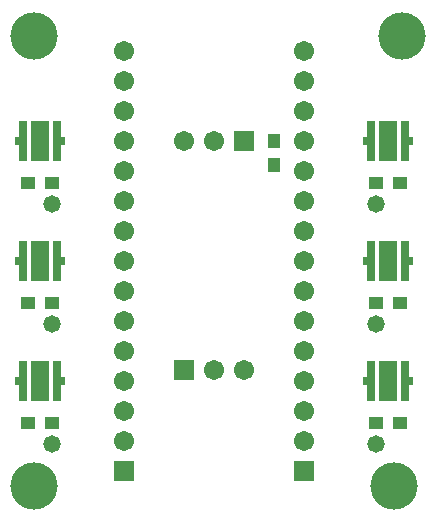
<source format=gts>
%FSLAX25Y25*%
%MOIN*%
G70*
G01*
G75*
G04 Layer_Color=8388736*
%ADD10R,0.05118X0.12992*%
%ADD11R,0.01969X0.12992*%
%ADD12R,0.01575X0.01969*%
%ADD13R,0.04331X0.03543*%
%ADD14R,0.03543X0.04331*%
%ADD15C,0.01000*%
%ADD16R,0.05906X0.05906*%
%ADD17C,0.05906*%
%ADD18R,0.05906X0.05906*%
%ADD19C,0.05000*%
%ADD20C,0.14950*%
%ADD21C,0.00787*%
%ADD22C,0.00800*%
%ADD23C,0.00700*%
%ADD24C,0.01500*%
%ADD25C,0.02000*%
%ADD26C,0.01200*%
%ADD27R,0.05918X0.13792*%
%ADD28R,0.02769X0.13792*%
%ADD29R,0.02375X0.02769*%
%ADD30R,0.05131X0.04343*%
%ADD31R,0.04343X0.05131*%
%ADD32R,0.06706X0.06706*%
%ADD33C,0.06706*%
%ADD34R,0.06706X0.06706*%
%ADD35C,0.05800*%
%ADD36C,0.15750*%
D27*
X172000Y230000D02*
D03*
X288000Y270000D02*
D03*
X172000Y310000D02*
D03*
X288000Y230000D02*
D03*
X172000Y270000D02*
D03*
X288000Y310000D02*
D03*
D28*
X177512Y230000D02*
D03*
X166488D02*
D03*
X282488Y270000D02*
D03*
X293512D02*
D03*
X177512Y310000D02*
D03*
X166488D02*
D03*
X282488Y230000D02*
D03*
X293512D02*
D03*
X177512Y270000D02*
D03*
X166488D02*
D03*
X282488Y310000D02*
D03*
X293512D02*
D03*
D29*
X179283Y230000D02*
D03*
X164716D02*
D03*
X280716Y270000D02*
D03*
X295284D02*
D03*
X179283Y310000D02*
D03*
X164716D02*
D03*
X280716Y230000D02*
D03*
X295284D02*
D03*
X179283Y270000D02*
D03*
X164716D02*
D03*
X280716Y310000D02*
D03*
X295284D02*
D03*
D30*
X168000Y216000D02*
D03*
X175874D02*
D03*
X292000D02*
D03*
X284126D02*
D03*
X292000Y256000D02*
D03*
X284126D02*
D03*
X168000D02*
D03*
X175874D02*
D03*
X168000Y296000D02*
D03*
X175874D02*
D03*
X292000D02*
D03*
X284126D02*
D03*
D31*
X250000Y302000D02*
D03*
Y309874D02*
D03*
D32*
X200000Y200000D02*
D03*
X260000D02*
D03*
D33*
X200000Y210000D02*
D03*
Y220000D02*
D03*
Y230000D02*
D03*
Y240000D02*
D03*
Y250000D02*
D03*
Y260000D02*
D03*
Y270000D02*
D03*
Y280000D02*
D03*
Y290000D02*
D03*
Y300000D02*
D03*
Y310000D02*
D03*
Y320000D02*
D03*
Y330000D02*
D03*
Y340000D02*
D03*
X260000Y210000D02*
D03*
Y220000D02*
D03*
Y230000D02*
D03*
Y240000D02*
D03*
Y250000D02*
D03*
Y260000D02*
D03*
Y270000D02*
D03*
Y280000D02*
D03*
Y290000D02*
D03*
Y300000D02*
D03*
Y310000D02*
D03*
Y320000D02*
D03*
Y330000D02*
D03*
Y340000D02*
D03*
X240000Y233500D02*
D03*
X230000D02*
D03*
X220000Y310000D02*
D03*
X230000D02*
D03*
D34*
X220000Y233500D02*
D03*
X240000Y310000D02*
D03*
D35*
X175874Y289126D02*
D03*
Y248974D02*
D03*
Y208974D02*
D03*
X284126Y248926D02*
D03*
Y209026D02*
D03*
Y289026D02*
D03*
D36*
X170000Y345000D02*
D03*
X292520D02*
D03*
X290000Y195000D02*
D03*
X170000D02*
D03*
M02*

</source>
